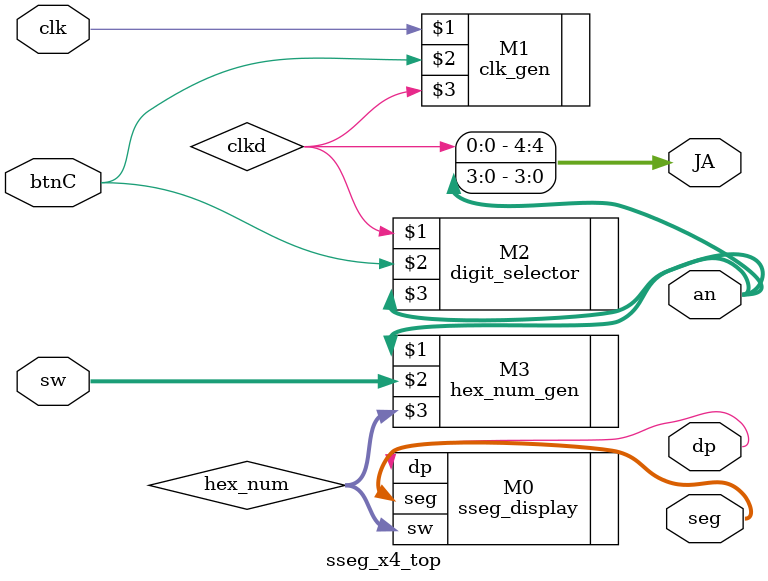
<source format=v>
`timescale 1ns / 1ps


module sseg_x4_top(input clk, btnC, input [15:0] sw,
    output [6:0] seg, output [3:0] an, output dp, output [4:0] JA);
    wire clkd;
    wire [3:0] hex_num;
    
    sseg_display M0(.seg(seg), .dp(dp), .sw(hex_num));
    clk_gen M1(clk, btnC, clkd);
    digit_selector M2(clkd, btnC, an);
    hex_num_gen M3(an, sw, hex_num);

    assign JA = {clkd, an};
    
endmodule

</source>
